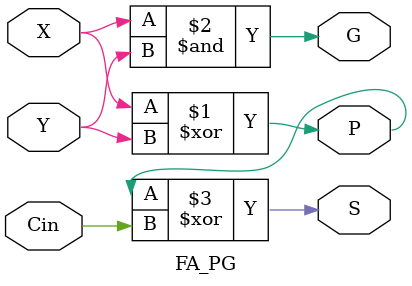
<source format=sv>
module FA_PG(
    input X, Y, Cin,
    output P, G, S
);

	assign P = X ^ Y; 
	assign G = X & Y;	
	assign S = P ^ Cin;
	
endmodule
	
</source>
